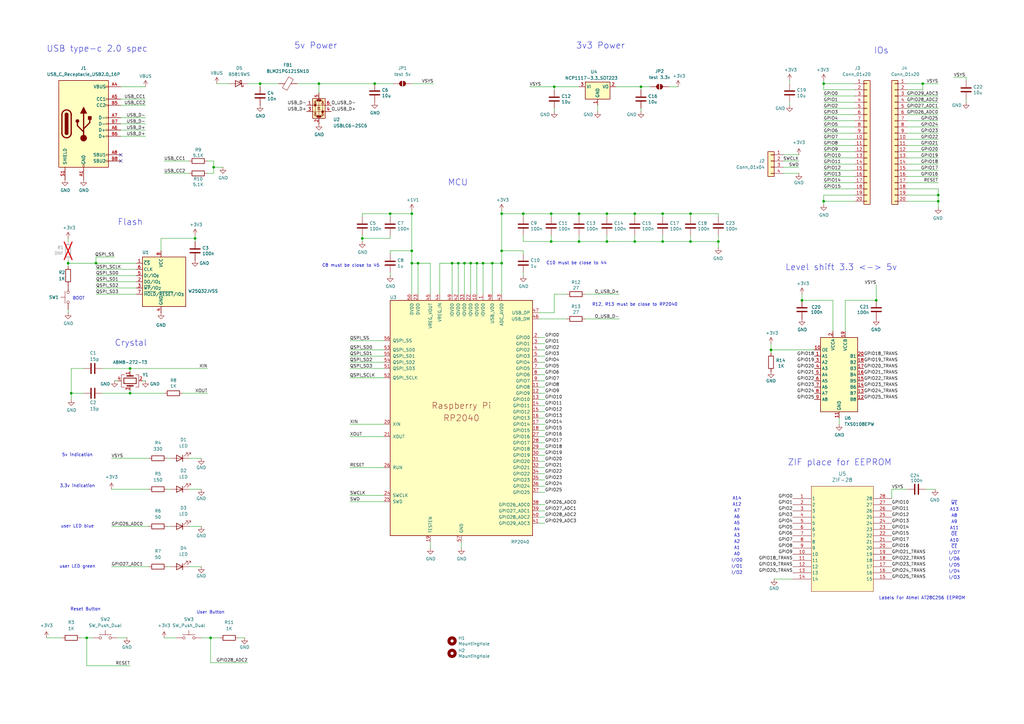
<source format=kicad_sch>
(kicad_sch (version 20250114) (generator "eeschema") (generator_version "9.0")
  (paper "A3")
  (title_block (title "Atmega EEPROM programmer") (date "2025-06-27") (rev "0.1") (company "Andrii Kukuruza"))
  (text "A11" (at 391.414 216.662 0) (effects (font (size 1.27 1.27))))
  (text "A10" (at 391.414 221.742 0) (effects (font (size 1.27 1.27))))
  (text "A1" (at 302.26 224.79 0) (effects (font (size 1.27 1.27))))
  (text "Labels For Atmel AT28C256 EEPROM" (at 378.206 245.364 0) (effects (font (size 1.27 1.27))))
  (text "A7" (at 302.26 209.55 0) (effects (font (size 1.27 1.27))))
  (text "IOs" (at 358.394 22.352 0) (effects (font (size 2.54 2.54)) (justify left bottom)))
  (text "A4" (at 302.26 217.17 0) (effects (font (size 1.27 1.27))))
  (text "5v Power" (at 120.65 20.32 0) (effects (font (size 2.54 2.54)) (justify left bottom)))
  (text "~{CE}" (at 391.414 224.282 0) (effects (font (size 1.27 1.27))))
  (text "3v3 Power" (at 236.22 20.32 0) (effects (font (size 2.54 2.54)) (justify left bottom)))
  (text "Crystal" (at 46.99 142.24 0) (effects (font (size 2.54 2.54)) (justify left bottom)))
  (text "I/O2" (at 302.26 234.95 0) (effects (font (size 1.27 1.27))))
  (text "Level shift 3.3 <-> 5v" (at 322.072 111.252 0) (effects (font (size 2.54 2.54)) (justify left bottom)))
  (text "MСU" (at 183.642 76.454 0) (effects (font (size 2.54 2.54)) (justify left bottom)))
  (text "C8 must be close to 45 " (at 132.08 109.728 0) (effects (font (size 1.27 1.27)) (justify left bottom)))
  (text "I/O3" (at 391.414 236.982 0) (effects (font (size 1.27 1.27))))
  (text "I/O4" (at 391.414 234.442 0) (effects (font (size 1.27 1.27))))
  (text "I/O6" (at 391.414 229.362 0) (effects (font (size 1.27 1.27))))
  (text "A3" (at 302.26 219.71 0) (effects (font (size 1.27 1.27))))
  (text "A12" (at 302.26 207.01 0) (effects (font (size 1.27 1.27))))
  (text "A0" (at 302.26 227.33 0) (effects (font (size 1.27 1.27))))
  (text "USB type-c 2.0 spec\n" (at 19.05 21.59 0) (effects (font (size 2.54 2.54)) (justify left bottom)))
  (text "A2" (at 302.26 222.25 0) (effects (font (size 1.27 1.27))))
  (text "user LED green" (at 31.75 232.41 0) (effects (font (size 1.27 1.27))))
  (text "A6" (at 302.26 212.09 0) (effects (font (size 1.27 1.27))))
  (text "I/O5\n" (at 391.414 231.902 0) (effects (font (size 1.27 1.27))))
  (text "User Button" (at 86.36 251.206 0) (effects (font (size 1.27 1.27))))
  (text "BOOT" (at 32.258 122.428 0) (effects (font (size 1.27 1.27))))
  (text "C10 must be close to 44" (at 224.028 108.712 0) (effects (font (size 1.27 1.27)) (justify left bottom)))
  (text "5v indication" (at 31.75 186.69 0) (effects (font (size 1.27 1.27))))
  (text "A9" (at 391.414 214.122 0) (effects (font (size 1.27 1.27))))
  (text "A8" (at 391.414 211.582 0) (effects (font (size 1.27 1.27))))
  (text "user LED blue" (at 31.75 215.9 0) (effects (font (size 1.27 1.27))))
  (text "A13" (at 391.414 209.042 0) (effects (font (size 1.27 1.27))))
  (text "I/O1\n" (at 302.26 232.41 0) (effects (font (size 1.27 1.27))))
  (text "I/O0" (at 302.26 229.87 0) (effects (font (size 1.27 1.27))))
  (text "3.3v indication" (at 31.75 199.39 0) (effects (font (size 1.27 1.27))))
  (text "Reset Button" (at 35.052 249.936 0) (effects (font (size 1.27 1.27))))
  (text "R12, R13 must be close to RP2040" (at 242.824 125.73 0) (effects (font (size 1.27 1.27)) (justify left bottom)))
  (text "ZIF place for EEPROM" (at 323.088 191.262 0) (effects (font (size 2.54 2.54)) (justify left bottom)))
  (text "A5" (at 302.26 214.63 0) (effects (font (size 1.27 1.27))))
  (text "A14" (at 302.26 204.47 0) (effects (font (size 1.27 1.27))))
  (text "~{OE}" (at 391.414 219.202 0) (effects (font (size 1.27 1.27))))
  (text "Flash" (at 48.26 92.71 0) (effects (font (size 2.54 2.54)) (justify left bottom)))
  (text "I/O7\n" (at 391.414 226.822 0) (effects (font (size 1.27 1.27))))
  (text "~{WE}" (at 391.414 206.502 0) (effects (font (size 1.27 1.27))))
  (junction (at 87.63 68.58))
  (junction (at 193.04 107.95))
  (junction (at 190.5 107.95))
  (junction (at 86.36 261.62))
  (junction (at 378.46 34.29))
  (junction (at 359.41 123.19))
  (junction (at 35.56 261.62))
  (junction (at 384.81 82.55))
  (junction (at 168.91 102.87))
  (junction (at 205.74 102.87))
  (junction (at 160.02 87.63))
  (junction (at 29.21 161.29))
  (junction (at 214.63 87.63))
  (junction (at 237.49 99.06))
  (junction (at 248.92 87.63))
  (junction (at 337.82 82.55))
  (junction (at 227.33 35.56))
  (junction (at 53.34 151.13))
  (junction (at 237.49 87.63))
  (junction (at 168.91 107.95))
  (junction (at 39.37 107.95))
  (junction (at 171.45 107.95))
  (junction (at 195.58 107.95))
  (junction (at 153.67 34.29))
  (junction (at 148.59 97.79))
  (junction (at 27.94 107.95))
  (junction (at 80.01 97.79))
  (junction (at 271.78 87.63))
  (junction (at 283.21 99.06))
  (junction (at 53.34 161.29))
  (junction (at 337.82 34.29))
  (junction (at 262.89 35.56))
  (junction (at 248.92 99.06))
  (junction (at 106.68 34.29))
  (junction (at 168.91 87.63))
  (junction (at 226.06 99.06))
  (junction (at 260.35 99.06))
  (junction (at 294.64 99.06))
  (junction (at 283.21 87.63))
  (junction (at 198.12 107.95))
  (junction (at 205.74 107.95))
  (junction (at 130.81 34.29))
  (junction (at 187.96 107.95))
  (junction (at 205.74 87.63))
  (junction (at 185.42 107.95))
  (junction (at 260.35 87.63))
  (junction (at 328.93 123.19))
  (junction (at 271.78 99.06))
  (junction (at 316.23 143.51))
  (junction (at 384.81 80.01))
  (junction (at 201.93 107.95))
  (junction (at 226.06 87.63))
  (no_connect (at 49.53 66.04))
  (no_connect (at 49.53 63.5))
  (wire (pts (xy 39.37 107.95) (xy 55.88 107.95)))
  (wire (pts (xy 106.68 34.29) (xy 114.3 34.29)))
  (wire (pts (xy 316.23 144.78) (xy 316.23 143.51)))
  (wire (pts (xy 168.91 107.95) (xy 168.91 120.65)))
  (wire (pts (xy 372.11 62.23) (xy 384.81 62.23)))
  (wire (pts (xy 148.59 97.79) (xy 160.02 97.79)))
  (wire (pts (xy 168.91 34.29) (xy 177.8 34.29)))
  (wire (pts (xy 227.33 120.65) (xy 227.33 128.27)))
  (wire (pts (xy 237.49 87.63) (xy 248.92 87.63)))
  (wire (pts (xy 86.36 261.62) (xy 86.36 271.78)))
  (wire (pts (xy 337.82 39.37) (xy 350.52 39.37)))
  (wire (pts (xy 372.11 72.39) (xy 384.81 72.39)))
  (wire (pts (xy 198.12 107.95) (xy 201.93 107.95)))
  (wire (pts (xy 85.09 66.04) (xy 87.63 66.04)))
  (wire (pts (xy 323.85 41.91) (xy 323.85 43.18)))
  (wire (pts (xy 350.52 80.01) (xy 337.82 80.01)))
  (wire (pts (xy 237.49 88.9) (xy 237.49 87.63)))
  (wire (pts (xy 168.91 86.36) (xy 168.91 87.63)))
  (wire (pts (xy 45.72 200.66) (xy 60.96 200.66)))
  (wire (pts (xy 77.47 215.9) (xy 82.55 215.9)))
  (wire (pts (xy 344.17 171.45) (xy 344.17 173.99)))
  (wire (pts (xy 39.37 110.49) (xy 55.88 110.49)))
  (wire (pts (xy 80.01 96.52) (xy 80.01 97.79)))
  (wire (pts (xy 227.33 44.45) (xy 227.33 45.72)))
  (wire (pts (xy 185.42 107.95) (xy 187.96 107.95)))
  (wire (pts (xy 337.82 34.29) (xy 337.82 36.83)))
  (wire (pts (xy 337.82 46.99) (xy 350.52 46.99)))
  (wire (pts (xy 220.98 176.53) (xy 223.52 176.53)))
  (wire (pts (xy 68.58 187.96) (xy 69.85 187.96)))
  (wire (pts (xy 49.53 40.64) (xy 59.69 40.64)))
  (wire (pts (xy 220.98 130.81) (xy 232.41 130.81)))
  (wire (pts (xy 327.66 68.58) (xy 321.31 68.58)))
  (wire (pts (xy 220.98 143.51) (xy 223.52 143.51)))
  (wire (pts (xy 240.03 120.65) (xy 254 120.65)))
  (wire (pts (xy 27.94 107.95) (xy 39.37 107.95)))
  (wire (pts (xy 220.98 161.29) (xy 223.52 161.29)))
  (wire (pts (xy 337.82 64.77) (xy 350.52 64.77)))
  (wire (pts (xy 176.53 120.65) (xy 176.53 107.95)))
  (wire (pts (xy 237.49 96.52) (xy 237.49 99.06)))
  (wire (pts (xy 359.41 123.19) (xy 346.71 123.19)))
  (wire (pts (xy 372.11 64.77) (xy 384.81 64.77)))
  (wire (pts (xy 227.33 36.83) (xy 227.33 35.56)))
  (wire (pts (xy 168.91 102.87) (xy 168.91 107.95)))
  (wire (pts (xy 365.76 200.66) (xy 372.11 200.66)))
  (wire (pts (xy 46.99 156.21) (xy 48.26 156.21)))
  (wire (pts (xy 180.34 107.95) (xy 185.42 107.95)))
  (wire (pts (xy 148.59 87.63) (xy 160.02 87.63)))
  (wire (pts (xy 88.9 34.29) (xy 93.98 34.29)))
  (wire (pts (xy 27.94 106.68) (xy 27.94 107.95)))
  (wire (pts (xy 294.64 96.52) (xy 294.64 99.06)))
  (wire (pts (xy 39.37 105.41) (xy 39.37 107.95)))
  (wire (pts (xy 372.11 46.99) (xy 384.81 46.99)))
  (wire (pts (xy 148.59 96.52) (xy 148.59 97.79)))
  (wire (pts (xy 327.66 71.12) (xy 321.31 71.12)))
  (wire (pts (xy 49.53 50.8) (xy 59.69 50.8)))
  (wire (pts (xy 58.42 156.21) (xy 59.69 156.21)))
  (wire (pts (xy 143.51 151.13) (xy 157.48 151.13)))
  (wire (pts (xy 372.11 69.85) (xy 384.81 69.85)))
  (wire (pts (xy 372.11 54.61) (xy 384.81 54.61)))
  (wire (pts (xy 41.91 151.13) (xy 53.34 151.13)))
  (wire (pts (xy 337.82 52.07) (xy 350.52 52.07)))
  (wire (pts (xy 384.81 34.29) (xy 378.46 34.29)))
  (wire (pts (xy 220.98 166.37) (xy 223.52 166.37)))
  (wire (pts (xy 27.94 128.27) (xy 27.94 127)))
  (wire (pts (xy 262.89 36.83) (xy 262.89 35.56)))
  (wire (pts (xy 205.74 107.95) (xy 205.74 120.65)))
  (wire (pts (xy 160.02 87.63) (xy 168.91 87.63)))
  (wire (pts (xy 87.63 68.58) (xy 87.63 71.12)))
  (wire (pts (xy 205.74 102.87) (xy 214.63 102.87)))
  (wire (pts (xy 220.98 151.13) (xy 223.52 151.13)))
  (wire (pts (xy 190.5 120.65) (xy 190.5 107.95)))
  (wire (pts (xy 87.63 66.04) (xy 87.63 68.58)))
  (wire (pts (xy 337.82 34.29) (xy 337.82 33.02)))
  (wire (pts (xy 39.37 118.11) (xy 55.88 118.11)))
  (wire (pts (xy 168.91 87.63) (xy 168.91 102.87)))
  (wire (pts (xy 66.04 97.79) (xy 66.04 102.87)))
  (wire (pts (xy 220.98 138.43) (xy 223.52 138.43)))
  (wire (pts (xy 201.93 107.95) (xy 205.74 107.95)))
  (wire (pts (xy 384.81 85.09) (xy 384.81 82.55)))
  (wire (pts (xy 68.58 215.9) (xy 69.85 215.9)))
  (wire (pts (xy 317.5 237.49) (xy 325.12 237.49)))
  (wire (pts (xy 143.51 146.05) (xy 157.48 146.05)))
  (wire (pts (xy 157.48 191.77) (xy 143.51 191.77)))
  (wire (pts (xy 68.58 200.66) (xy 69.85 200.66)))
  (wire (pts (xy 220.98 140.97) (xy 223.52 140.97)))
  (wire (pts (xy 260.35 88.9) (xy 260.35 87.63)))
  (wire (pts (xy 45.72 187.96) (xy 60.96 187.96)))
  (wire (pts (xy 187.96 107.95) (xy 190.5 107.95)))
  (wire (pts (xy 365.76 200.66) (xy 365.76 204.47)))
  (wire (pts (xy 220.98 171.45) (xy 223.52 171.45)))
  (wire (pts (xy 214.63 88.9) (xy 214.63 87.63)))
  (wire (pts (xy 337.82 74.93) (xy 350.52 74.93)))
  (wire (pts (xy 220.98 196.85) (xy 223.52 196.85)))
  (wire (pts (xy 384.81 82.55) (xy 372.11 82.55)))
  (wire (pts (xy 205.74 87.63) (xy 214.63 87.63)))
  (wire (pts (xy 80.01 97.79) (xy 66.04 97.79)))
  (wire (pts (xy 262.89 35.56) (xy 266.7 35.56)))
  (wire (pts (xy 198.12 107.95) (xy 198.12 120.65)))
  (wire (pts (xy 383.54 200.66) (xy 379.73 200.66)))
  (wire (pts (xy 384.81 77.47) (xy 384.81 80.01)))
  (wire (pts (xy 187.96 120.65) (xy 187.96 107.95)))
  (wire (pts (xy 153.67 34.29) (xy 161.29 34.29)))
  (wire (pts (xy 328.93 123.19) (xy 341.63 123.19)))
  (wire (pts (xy 53.34 160.02) (xy 53.34 161.29)))
  (wire (pts (xy 29.21 161.29) (xy 29.21 163.83)))
  (wire (pts (xy 294.64 87.63) (xy 294.64 88.9)))
  (wire (pts (xy 220.98 128.27) (xy 227.33 128.27)))
  (wire (pts (xy 86.36 271.78) (xy 101.6 271.78)))
  (wire (pts (xy 68.58 232.41) (xy 69.85 232.41)))
  (wire (pts (xy 205.74 87.63) (xy 205.74 102.87)))
  (wire (pts (xy 245.11 43.18) (xy 245.11 45.72)))
  (wire (pts (xy 359.41 116.84) (xy 359.41 123.19)))
  (wire (pts (xy 157.48 179.07) (xy 143.51 179.07)))
  (wire (pts (xy 157.48 139.7) (xy 143.51 139.7)))
  (wire (pts (xy 220.98 201.93) (xy 223.52 201.93)))
  (wire (pts (xy 260.35 87.63) (xy 271.78 87.63)))
  (wire (pts (xy 384.81 82.55) (xy 384.81 80.01)))
  (wire (pts (xy 283.21 96.52) (xy 283.21 99.06)))
  (wire (pts (xy 33.02 261.62) (xy 35.56 261.62)))
  (wire (pts (xy 74.93 161.29) (xy 85.09 161.29)))
  (wire (pts (xy 121.92 34.29) (xy 130.81 34.29)))
  (wire (pts (xy 252.73 35.56) (xy 262.89 35.56)))
  (wire (pts (xy 337.82 44.45) (xy 350.52 44.45)))
  (wire (pts (xy 220.98 156.21) (xy 223.52 156.21)))
  (wire (pts (xy 223.52 212.09) (xy 220.98 212.09)))
  (wire (pts (xy 160.02 97.79) (xy 160.02 96.52)))
  (wire (pts (xy 226.06 88.9) (xy 226.06 87.63)))
  (wire (pts (xy 226.06 99.06) (xy 214.63 99.06)))
  (wire (pts (xy 372.11 49.53) (xy 384.81 49.53)))
  (wire (pts (xy 205.74 102.87) (xy 205.74 107.95)))
  (wire (pts (xy 106.68 35.56) (xy 106.68 34.29)))
  (wire (pts (xy 67.31 66.04) (xy 77.47 66.04)))
  (wire (pts (xy 205.74 86.36) (xy 205.74 87.63)))
  (wire (pts (xy 77.47 200.66) (xy 82.55 200.66)))
  (wire (pts (xy 82.55 261.62) (xy 86.36 261.62)))
  (wire (pts (xy 341.63 123.19) (xy 341.63 135.89)))
  (wire (pts (xy 160.02 104.14) (xy 160.02 102.87)))
  (wire (pts (xy 45.72 232.41) (xy 60.96 232.41)))
  (wire (pts (xy 39.37 115.57) (xy 55.88 115.57)))
  (wire (pts (xy 226.06 87.63) (xy 237.49 87.63)))
  (wire (pts (xy 77.47 187.96) (xy 82.55 187.96)))
  (wire (pts (xy 337.82 36.83) (xy 350.52 36.83)))
  (wire (pts (xy 220.98 186.69) (xy 223.52 186.69)))
  (wire (pts (xy 274.32 35.56) (xy 278.13 35.56)))
  (wire (pts (xy 87.63 68.58) (xy 91.44 68.58)))
  (wire (pts (xy 283.21 87.63) (xy 294.64 87.63)))
  (wire (pts (xy 220.98 173.99) (xy 223.52 173.99)))
  (wire (pts (xy 49.53 48.26) (xy 59.69 48.26)))
  (wire (pts (xy 384.81 39.37) (xy 372.11 39.37)))
  (wire (pts (xy 35.56 261.62) (xy 38.1 261.62)))
  (wire (pts (xy 220.98 194.31) (xy 223.52 194.31)))
  (wire (pts (xy 226.06 96.52) (xy 226.06 99.06)))
  (wire (pts (xy 171.45 120.65) (xy 171.45 107.95)))
  (wire (pts (xy 19.05 261.62) (xy 25.4 261.62)))
  (wire (pts (xy 271.78 99.06) (xy 283.21 99.06)))
  (wire (pts (xy 220.98 163.83) (xy 223.52 163.83)))
  (wire (pts (xy 35.56 261.62) (xy 35.56 273.05)))
  (wire (pts (xy 220.98 153.67) (xy 223.52 153.67)))
  (wire (pts (xy 327.66 63.5) (xy 321.31 63.5)))
  (wire (pts (xy 237.49 35.56) (xy 227.33 35.56)))
  (wire (pts (xy 220.98 146.05) (xy 223.52 146.05)))
  (wire (pts (xy 260.35 96.52) (xy 260.35 99.06)))
  (wire (pts (xy 337.82 54.61) (xy 350.52 54.61)))
  (wire (pts (xy 130.81 34.29) (xy 153.67 34.29)))
  (wire (pts (xy 214.63 87.63) (xy 226.06 87.63)))
  (wire (pts (xy 220.98 181.61) (xy 223.52 181.61)))
  (wire (pts (xy 214.63 111.76) (xy 214.63 113.03)))
  (wire (pts (xy 316.23 140.97) (xy 316.23 143.51)))
  (wire (pts (xy 86.36 261.62) (xy 90.17 261.62)))
  (wire (pts (xy 195.58 120.65) (xy 195.58 107.95)))
  (wire (pts (xy 41.91 161.29) (xy 53.34 161.29)))
  (wire (pts (xy 67.31 71.12) (xy 77.47 71.12)))
  (wire (pts (xy 35.56 273.05) (xy 53.34 273.05)))
  (wire (pts (xy 34.29 161.29) (xy 29.21 161.29)))
  (wire (pts (xy 372.11 57.15) (xy 384.81 57.15)))
  (wire (pts (xy 53.34 161.29) (xy 67.31 161.29)))
  (wire (pts (xy 372.11 59.69) (xy 384.81 59.69)))
  (wire (pts (xy 39.37 120.65) (xy 55.88 120.65)))
  (wire (pts (xy 48.26 261.62) (xy 52.07 261.62)))
  (wire (pts (xy 283.21 88.9) (xy 283.21 87.63)))
  (wire (pts (xy 157.48 205.74) (xy 143.51 205.74)))
  (wire (pts (xy 190.5 107.95) (xy 193.04 107.95)))
  (wire (pts (xy 391.16 31.75) (xy 396.24 31.75)))
  (wire (pts (xy 294.64 99.06) (xy 294.64 101.6)))
  (wire (pts (xy 323.85 33.02) (xy 323.85 34.29)))
  (wire (pts (xy 87.63 71.12) (xy 85.09 71.12)))
  (wire (pts (xy 157.48 154.94) (xy 143.51 154.94)))
  (wire (pts (xy 223.52 207.01) (xy 220.98 207.01)))
  (wire (pts (xy 189.23 222.25) (xy 189.23 224.79)))
  (wire (pts (xy 337.82 49.53) (xy 350.52 49.53)))
  (wire (pts (xy 346.71 123.19) (xy 346.71 135.89)))
  (wire (pts (xy 160.02 102.87) (xy 168.91 102.87)))
  (wire (pts (xy 77.47 232.41) (xy 82.55 232.41)))
  (wire (pts (xy 49.53 53.34) (xy 59.69 53.34)))
  (wire (pts (xy 237.49 99.06) (xy 226.06 99.06)))
  (wire (pts (xy 214.63 96.52) (xy 214.63 99.06)))
  (wire (pts (xy 130.81 38.1) (xy 130.81 34.29)))
  (wire (pts (xy 176.53 222.25) (xy 176.53 224.79)))
  (wire (pts (xy 34.29 151.13) (xy 29.21 151.13)))
  (wire (pts (xy 328.93 120.65) (xy 328.93 123.19)))
  (wire (pts (xy 171.45 107.95) (xy 168.91 107.95)))
  (wire (pts (xy 220.98 148.59) (xy 223.52 148.59)))
  (wire (pts (xy 337.82 59.69) (xy 350.52 59.69)))
  (wire (pts (xy 378.46 34.29) (xy 372.11 34.29)))
  (wire (pts (xy 240.03 130.81) (xy 254 130.81)))
  (wire (pts (xy 372.11 41.91) (xy 384.81 41.91)))
  (wire (pts (xy 294.64 99.06) (xy 283.21 99.06)))
  (wire (pts (xy 271.78 99.06) (xy 260.35 99.06)))
  (wire (pts (xy 29.21 151.13) (xy 29.21 161.29)))
  (wire (pts (xy 220.98 199.39) (xy 223.52 199.39)))
  (wire (pts (xy 49.53 55.88) (xy 59.69 55.88)))
  (wire (pts (xy 223.52 209.55) (xy 220.98 209.55)))
  (wire (pts (xy 49.53 43.18) (xy 59.69 43.18)))
  (wire (pts (xy 53.34 152.4) (xy 53.34 151.13)))
  (wire (pts (xy 143.51 143.51) (xy 157.48 143.51)))
  (wire (pts (xy 27.94 99.06) (xy 27.94 97.79)))
  (wire (pts (xy 220.98 184.15) (xy 223.52 184.15)))
  (wire (pts (xy 101.6 34.29) (xy 106.68 34.29)))
  (wire (pts (xy 337.82 83.82) (xy 337.82 82.55)))
  (wire (pts (xy 193.04 107.95) (xy 195.58 107.95)))
  (wire (pts (xy 316.23 143.51) (xy 334.01 143.51)))
  (wire (pts (xy 148.59 88.9) (xy 148.59 87.63)))
  (wire (pts (xy 337.82 34.29) (xy 350.52 34.29)))
  (wire (pts (xy 27.94 109.22) (xy 27.94 107.95)))
  (wire (pts (xy 227.33 120.65) (xy 232.41 120.65)))
  (wire (pts (xy 148.59 97.79) (xy 148.59 99.06)))
  (wire (pts (xy 271.78 96.52) (xy 271.78 99.06)))
  (wire (pts (xy 97.79 261.62) (xy 100.33 261.62)))
  (wire (pts (xy 143.51 173.99) (xy 157.48 173.99)))
  (wire (pts (xy 384.81 80.01) (xy 372.11 80.01)))
  (wire (pts (xy 248.92 87.63) (xy 260.35 87.63)))
  (wire (pts (xy 327.66 66.04) (xy 321.31 66.04)))
  (wire (pts (xy 217.17 35.56) (xy 227.33 35.56)))
  (wire (pts (xy 337.82 77.47) (xy 350.52 77.47)))
  (wire (pts (xy 220.98 189.23) (xy 223.52 189.23)))
  (wire (pts (xy 214.63 104.14) (xy 214.63 102.87)))
  (wire (pts (xy 337.82 72.39) (xy 350.52 72.39)))
  (wire (pts (xy 223.52 214.63) (xy 220.98 214.63)))
  (wire (pts (xy 143.51 148.59) (xy 157.48 148.59)))
  (wire (pts (xy 67.31 261.62) (xy 72.39 261.62)))
  (wire (pts (xy 248.92 99.06) (xy 237.49 99.06)))
  (wire (pts (xy 372.11 36.83) (xy 378.46 36.83)))
  (wire (pts (xy 80.01 99.06) (xy 80.01 97.79)))
  (wire (pts (xy 260.35 99.06) (xy 248.92 99.06)))
  (wire (pts (xy 195.58 107.95) (xy 198.12 107.95)))
  (wire (pts (xy 185.42 120.65) (xy 185.42 107.95)))
  (wire (pts (xy 337.82 62.23) (xy 350.52 62.23)))
  (wire (pts (xy 49.53 35.56) (xy 59.69 35.56)))
  (wire (pts (xy 39.37 113.03) (xy 55.88 113.03)))
  (wire (pts (xy 337.82 69.85) (xy 350.52 69.85)))
  (wire (pts (xy 372.11 77.47) (xy 384.81 77.47)))
  (wire (pts (xy 220.98 168.91) (xy 223.52 168.91)))
  (wire (pts (xy 396.24 40.64) (xy 396.24 41.91)))
  (wire (pts (xy 337.82 41.91) (xy 350.52 41.91)))
  (wire (pts (xy 193.04 120.65) (xy 193.04 107.95)))
  (wire (pts (xy 160.02 88.9) (xy 160.02 87.63)))
  (wire (pts (xy 176.53 107.95) (xy 171.45 107.95)))
  (wire (pts (xy 220.98 191.77) (xy 223.52 191.77)))
  (wire (pts (xy 372.11 44.45) (xy 384.81 44.45)))
  (wire (pts (xy 271.78 87.63) (xy 283.21 87.63)))
  (wire (pts (xy 337.82 82.55) (xy 350.52 82.55)))
  (wire (pts (xy 220.98 158.75) (xy 223.52 158.75)))
  (wire (pts (xy 271.78 88.9) (xy 271.78 87.63)))
  (wire (pts (xy 220.98 179.07) (xy 223.52 179.07)))
  (wire (pts (xy 248.92 96.52) (xy 248.92 99.06)))
  (wire (pts (xy 201.93 120.65) (xy 201.93 107.95)))
  (wire (pts (xy 372.11 74.93) (xy 384.81 74.93)))
  (wire (pts (xy 248.92 88.9) (xy 248.92 87.63)))
  (wire (pts (xy 337.82 80.01) (xy 337.82 82.55)))
  (wire (pts (xy 157.48 203.2) (xy 143.51 203.2)))
  (wire (pts (xy 378.46 34.29) (xy 378.46 36.83)))
  (wire (pts (xy 180.34 120.65) (xy 180.34 107.95)))
  (wire (pts (xy 372.11 52.07) (xy 384.81 52.07)))
  (wire (pts (xy 160.02 111.76) (xy 160.02 113.03)))
  (wire (pts (xy 39.37 105.41) (xy 46.99 105.41)))
  (wire (pts (xy 262.89 44.45) (xy 262.89 45.72)))
  (wire (pts (xy 45.72 215.9) (xy 60.96 215.9)))
  (wire (pts (xy 396.24 31.75) (xy 396.24 33.02)))
  (wire (pts (xy 337.82 57.15) (xy 350.52 57.15)))
  (wire (pts (xy 372.11 67.31) (xy 384.81 67.31)))
  (wire (pts (xy 53.34 151.13) (xy 85.09 151.13)))
  (wire (pts (xy 337.82 67.31) (xy 350.52 67.31)))
  (label "GPIO2" (at 337.82 44.45 0))
  (label "XOUT" (at 85.09 161.29 180))
  (label "GPIO17" (at 384.81 69.85 180))
  (label "GPIO23" (at 334.01 158.75 180))
  (label "USB_D+" (at 125.73 45.72 180))
  (label "GPIO22" (at 334.01 156.21 180))
  (label "GPIO23" (at 384.81 54.61 180))
  (label "GPIO9" (at 337.82 62.23 0))
  (label "GPIO29_ADC3" (at 384.81 39.37 180))
  (label "GPIO3" (at 337.82 46.99 0))
  (label "VSYS" (at 45.72 187.96 0))
  (label "GPIO24_TRANS" (at 365.76 234.95 0))
  (label "GPIO4" (at 337.82 49.53 0))
  (label "QSPI_SS" (at 46.99 105.41 180))
  (label "QSPI_SD3" (at 39.37 120.65 0))
  (label "RESET" (at 384.81 74.93 180))
  (label "GPIO21_TRANS" (at 354.33 153.67 0))
  (label "QSPI_SD2" (at 143.51 148.59 0))
  (label "GPIO6" (at 325.12 219.71 180))
  (label "GPIO5" (at 325.12 217.17 180))
  (label "GPIO0" (at 325.12 204.47 180))
  (label "GPIO18" (at 334.01 146.05 180))
  (label "GPIO20" (at 384.81 62.23 180))
  (label "GPIO12" (at 365.76 212.09 0))
  (label "GPIO4" (at 223.52 148.59 0))
  (label "GPIO28_ADC2" (at 384.81 41.91 180))
  (label "GPIO26_ADC0" (at 384.81 46.99 180))
  (label "GPIO26_ADC0" (at 45.72 215.9 0))
  (label "RESET" (at 143.51 191.77 0))
  (label "XOUT" (at 143.51 179.07 0))
  (label "GPIO19_TRANS" (at 325.12 232.41 180))
  (label "GPIO17" (at 365.76 222.25 0))
  (label "GPIO18" (at 384.81 67.31 180))
  (label "GPIO14" (at 365.76 217.17 0))
  (label "QSPI_SD1" (at 143.51 146.05 0))
  (label "GPIO4" (at 325.12 214.63 180))
  (label "GPIO13" (at 223.52 171.45 0))
  (label "USB_CC2" (at 59.69 43.18 180))
  (label "GPIO27_ADC1" (at 45.72 232.41 0))
  (label "GPIO20_TRANS" (at 325.12 234.95 180))
  (label "GPIO6" (at 223.52 153.67 0))
  (label "GPIO25" (at 334.01 163.83 180))
  (label "VSYS" (at 391.16 31.75 0))
  (label "GPIO13" (at 337.82 72.39 0))
  (label "SWD" (at 143.51 205.74 0))
  (label "GPIO24" (at 334.01 161.29 180))
  (label "GPIO20" (at 223.52 189.23 0))
  (label "QSPI_SD1" (at 39.37 115.57 0))
  (label "QSPI_SD3" (at 143.51 151.13 0))
  (label "GPIO7" (at 337.82 57.15 0))
  (label "GPIO18" (at 223.52 184.15 0))
  (label "GPIO25" (at 223.52 201.93 0))
  (label "USB_CC2" (at 67.31 71.12 0))
  (label "GPIO25" (at 384.81 49.53 180))
  (label "RESET" (at 53.34 273.05 180))
  (label "GPIO0" (at 337.82 39.37 0))
  (label "GPIO21" (at 334.01 153.67 180))
  (label "GPIO3" (at 325.12 212.09 180))
  (label "O_USB_D+" (at 254 120.65 180))
  (label "GPIO19_TRANS" (at 354.33 148.59 0))
  (label "GPIO0" (at 223.52 138.43 0))
  (label "USB_CC1" (at 67.31 66.04 0))
  (label "VSYS" (at 217.17 35.56 0))
  (label "GPIO1" (at 325.12 207.01 180))
  (label "GPIO12" (at 337.82 69.85 0))
  (label "GPIO22_TRANS" (at 365.76 229.87 0))
  (label "GPIO21" (at 223.52 191.77 0))
  (label "GPIO11" (at 223.52 166.37 0))
  (label "GPIO11" (at 365.76 209.55 0))
  (label "GPIO1" (at 337.82 41.91 0))
  (label "GPIO19" (at 384.81 64.77 180))
  (label "GPIO11" (at 337.82 67.31 0))
  (label "GPIO27_ADC1" (at 223.52 209.55 0))
  (label "GPIO1" (at 223.52 140.97 0))
  (label "XIN" (at 85.09 151.13 180))
  (label "SWCLK" (at 327.66 66.04 180))
  (label "GPIO16" (at 365.76 224.79 0))
  (label "USB_D+" (at 59.69 55.88 180))
  (label "GPIO16" (at 384.81 72.39 180))
  (label "GPIO22_TRANS" (at 354.33 156.21 0))
  (label "GPIO14" (at 223.52 173.99 0))
  (label "GPIO21_TRANS" (at 365.76 227.33 0))
  (label "GPIO3" (at 223.52 146.05 0))
  (label "GPIO10" (at 223.52 163.83 0))
  (label "GPIO13" (at 365.76 214.63 0))
  (label "GPIO23" (at 223.52 196.85 0))
  (label "GPIO10" (at 337.82 64.77 0))
  (label "GPIO20_TRANS" (at 354.33 151.13 0))
  (label "GPIO8" (at 337.82 59.69 0))
  (label "VSYS" (at 359.41 116.84 180))
  (label "SWCLK" (at 143.51 203.2 0))
  (label "VSYS" (at 365.76 200.66 0))
  (label "GPIO21" (at 384.81 59.69 180))
  (label "GPIO23_TRANS" (at 365.76 232.41 0))
  (label "GPIO7" (at 325.12 222.25 180))
  (label "VSYS" (at 384.81 34.29 180))
  (label "QSPI_SCLK" (at 143.51 154.94 0))
  (label "GPIO20" (at 334.01 151.13 180))
  (label "O_USB_D+" (at 135.89 45.72 0))
  (label "GPIO27_ADC1" (at 384.81 44.45 180))
  (label "GPIO29_ADC3" (at 223.52 214.63 0))
  (label "USB_CC1" (at 59.69 40.64 180))
  (label "QSPI_SD0" (at 143.51 143.51 0))
  (label "USB_D-" (at 59.69 50.8 180))
  (label "GPIO17" (at 223.52 181.61 0))
  (label "VSYS" (at 177.8 34.29 180))
  (label "GPIO2" (at 325.12 209.55 180))
  (label "GPIO8" (at 325.12 224.79 180))
  (label "GPIO2" (at 223.52 143.51 0))
  (label "GPIO19" (at 334.01 148.59 180))
  (label "GPIO9" (at 223.52 161.29 0))
  (label "GPIO15" (at 223.52 176.53 0))
  (label "GPIO22" (at 384.81 57.15 180))
  (label "O_USB_D-" (at 135.89 43.18 0))
  (label "GPIO12" (at 223.52 168.91 0))
  (label "GPIO24" (at 223.52 199.39 0))
  (label "GPIO5" (at 223.52 151.13 0))
  (label "GPIO22" (at 223.52 194.31 0))
  (label "GPIO19" (at 223.52 186.69 0))
  (label "QSPI_SS" (at 143.51 139.7 0))
  (label "GPIO14" (at 337.82 74.93 0))
  (label "QSPI_SD2" (at 39.37 118.11 0))
  (label "GPIO5" (at 337.82 52.07 0))
  (label "QSPI_SD0" (at 39.37 113.03 0))
  (label "USB_D-" (at 125.73 43.18 180))
  (label "GPIO6" (at 337.82 54.61 0))
  (label "QSPI_SCLK" (at 39.37 110.49 0))
  (label "GPIO25_TRANS" (at 365.76 237.49 0))
  (label "USB_D+" (at 59.69 53.34 180))
  (label "GPIO24" (at 384.81 52.07 180))
  (label "GPIO9" (at 325.12 227.33 180))
  (label "GPIO25_TRANS" (at 354.33 163.83 0))
  (label "GPIO18_TRANS" (at 325.12 229.87 180))
  (label "GPIO15" (at 337.82 77.47 0))
  (label "GPIO26_ADC0" (at 223.52 207.01 0))
  (label "GPIO28_ADC2" (at 223.52 212.09 0))
  (label "GPIO16" (at 223.52 179.07 0))
  (label "GPIO8" (at 223.52 158.75 0))
  (label "XIN" (at 143.51 173.99 0))
  (label "USB_D-" (at 59.69 48.26 180))
  (label "O_USB_D-" (at 254 130.81 180))
  (label "GPIO23_TRANS" (at 354.33 158.75 0))
  (label "GPIO10" (at 365.76 207.01 0))
  (label "GPIO7" (at 223.52 156.21 0))
  (label "GPIO24_TRANS" (at 354.33 161.29 0))
  (label "GPIO15" (at 365.76 219.71 0))
  (label "SWD" (at 327.66 68.58 180))
  (label "GPIO28_ADC2" (at 101.6 271.78 180))
  (label "GPIO18_TRANS" (at 354.33 146.05 0))
  (symbol (lib_id "rp2040:RP2040") (at 189.23 171.45 0) (unit 1)
    (property "Reference" "U3" (at 161.29 121.92 0))
    (property "Value" "RP2040" (at 213.36 222.25 0))
    (property "Footprint" "rp2040:RP2040-QFN-56" (effects (hide yes)))
    (property "Buy Link" "https://evo.net.ua/mikrokontroller-raspberry-pi-pico-rp2040/" (effects (hide yes)))
  )
  (symbol (lib_id "Memory_Flash:W25Q128JVS") (at 66.04 115.57 0) (unit 1)
    (property "Reference" "U1" (at 59.69 103.505 0))
    (property "Value" "W25Q32JVSS" (at 83.312 119.38 0))
    (property "Footprint" "Package_SO:SOIC-8_5.3x5.3mm_P1.27mm" (effects (hide yes)))
    (property "Datasheet" "http://www.winbond.com/resource-files/w25q32jv%20revg%2003272018%20plus.pdf" (effects (hide yes)))
    (property "Description" "32Mbit / 4MiB Serial Flash Memory, Standard/Dual/Quad SPI, 2.7-3.6V, SOIC-8 (208 mil)" (effects (hide yes)))
    (property "Buy Link" "https://www.rcscomponents.kiev.ua/product/w25q32bvssig_80124.html" (effects (hide yes)))
  )
  (symbol (lib_id "power:+3V3") (at 80.01 96.52 0) (unit 1)
    (property "Reference" "#PWR014" (effects (hide yes)))
    (property "Value" "+3V3" (at 80.391 92.1258 0))
  )
  (symbol (lib_id "Device:R") (at 27.94 102.87 0) (unit 1) (in_bom no) (dnp yes)
    (property "Reference" "R1" (at 26.162 101.5746 0) (effects (justify right)))
    (property "Value" "DNF" (at 26.162 103.886 0) (effects (justify right)))
    (property "Footprint" "Resistor_SMD:R_0603_1608Metric_Pad0.98x0.95mm_HandSolder" (effects (hide yes)))
  )
  (symbol (lib_id "Device:R") (at 27.94 113.03 0) (unit 1)
    (property "Reference" "R2" (at 25.4 111.76 0))
    (property "Value" "1K" (at 25.4 114.3 0))
    (property "Footprint" "Resistor_SMD:R_0603_1608Metric_Pad0.98x0.95mm_HandSolder" (effects (hide yes)))
    (property "Buy Link" "https://imrad.com.ua/ua/rt0603brd071kl-7" (effects (hide yes)))
  )
  (symbol (lib_id "Device:C") (at 80.01 102.87 0) (unit 1)
    (property "Reference" "C3" (at 82.931 101.7016 0) (effects (justify left)))
    (property "Value" "100n" (at 82.931 104.013 0) (effects (justify left)))
    (property "Footprint" "Capacitor_SMD:C_0603_1608Metric_Pad1.08x0.95mm_HandSolder" (effects (hide yes)))
    (property "Buy Link" "https://imrad.com.ua/ua/cl10b104kb8nnnc-8" (effects (hide yes)))
  )
  (symbol (lib_id "power:GND") (at 80.01 106.68 0) (unit 1)
    (property "Reference" "#PWR015" (effects (hide yes)))
    (property "Value" "GND" (at 83.82 107.95 0))
  )
  (symbol (lib_id "power:GND") (at 189.23 224.79 0) (unit 1)
    (property "Reference" "#PWR030" (effects (hide yes)))
    (property "Value" "GND" (at 189.357 229.1842 0))
  )
  (symbol (lib_id "power:GND") (at 176.53 224.79 0) (unit 1)
    (property "Reference" "#PWR029" (effects (hide yes)))
    (property "Value" "GND" (at 176.657 229.1842 0))
  )
  (symbol (lib_id "Device:R") (at 236.22 120.65 90) (mirror x) (unit 1)
    (property "Reference" "R12" (at 236.22 115.7986 90))
    (property "Value" "27" (at 236.22 118.11 90))
    (property "Footprint" "Resistor_SMD:R_0603_1608Metric_Pad0.98x0.95mm_HandSolder" (effects (hide yes)))
    (property "Buy Link" "https://imrad.com.ua/ua/ar0603-27r-0-1-" (effects (hide yes)))
  )
  (symbol (lib_id "Device:R") (at 236.22 130.81 90) (mirror x) (unit 1)
    (property "Reference" "R13" (at 236.22 125.73 90))
    (property "Value" "27" (at 236.22 128.0414 90))
    (property "Footprint" "Resistor_SMD:R_0603_1608Metric_Pad0.98x0.95mm_HandSolder" (effects (hide yes)))
    (property "Buy Link" "https://imrad.com.ua/ua/ar0603-27r-0-1-" (effects (hide yes)))
  )
  (symbol (lib_id "power:+3V3") (at 205.74 86.36 0) (unit 1)
    (property "Reference" "#PWR031" (effects (hide yes)))
    (property "Value" "+3V3" (at 206.121 81.9658 0))
  )
  (symbol (lib_id "power:+1V1") (at 168.91 86.36 0) (unit 1)
    (property "Reference" "#PWR028" (effects (hide yes)))
    (property "Value" "+1V1" (at 169.291 81.9658 0))
  )
  (symbol (lib_id "Device:C") (at 214.63 92.71 0) (unit 1)
    (property "Reference" "C9" (at 217.551 91.5416 0) (effects (justify left)))
    (property "Value" "100n" (at 217.551 93.853 0) (effects (justify left)))
    (property "Footprint" "Capacitor_SMD:C_0603_1608Metric_Pad1.08x0.95mm_HandSolder" (effects (hide yes)))
    (property "Buy Link" "https://imrad.com.ua/ua/cl10b104kb8nnnc-8" (effects (hide yes)))
  )
  (symbol (lib_id "Device:C") (at 226.06 92.71 0) (unit 1)
    (property "Reference" "C11" (at 228.981 91.5416 0) (effects (justify left)))
    (property "Value" "100n" (at 228.981 93.853 0) (effects (justify left)))
    (property "Footprint" "Capacitor_SMD:C_0603_1608Metric_Pad1.08x0.95mm_HandSolder" (effects (hide yes)))
    (property "Buy Link" "https://imrad.com.ua/ua/cl10b104kb8nnnc-8" (effects (hide yes)))
  )
  (symbol (lib_id "Device:C") (at 237.49 92.71 0) (unit 1)
    (property "Reference" "C13" (at 240.411 91.5416 0) (effects (justify left)))
    (property "Value" "100n" (at 240.411 93.853 0) (effects (justify left)))
    (property "Footprint" "Capacitor_SMD:C_0603_1608Metric_Pad1.08x0.95mm_HandSolder" (effects (hide yes)))
    (property "Buy Link" "https://imrad.com.ua/ua/cl10b104kb8nnnc-8" (effects (hide yes)))
  )
  (symbol (lib_id "Device:C") (at 248.92 92.71 0) (unit 1)
    (property "Reference" "C14" (at 251.841 91.5416 0) (effects (justify left)))
    (property "Value" "100n" (at 251.841 93.853 0) (effects (justify left)))
    (property "Footprint" "Capacitor_SMD:C_0603_1608Metric_Pad1.08x0.95mm_HandSolder" (effects (hide yes)))
    (property "Buy Link" "https://imrad.com.ua/ua/cl10b104kb8nnnc-8" (effects (hide yes)))
  )
  (symbol (lib_id "Device:C") (at 260.35 92.71 0) (unit 1)
    (property "Reference" "C15" (at 263.271 91.5416 0) (effects (justify left)))
    (property "Value" "100n" (at 263.271 93.853 0) (effects (justify left)))
    (property "Footprint" "Capacitor_SMD:C_0603_1608Metric_Pad1.08x0.95mm_HandSolder" (effects (hide yes)))
    (property "Buy Link" "https://imrad.com.ua/ua/cl10b104kb8nnnc-8" (effects (hide yes)))
  )
  (symbol (lib_id "Device:C") (at 271.78 92.71 0) (unit 1)
    (property "Reference" "C17" (at 274.701 91.5416 0) (effects (justify left)))
    (property "Value" "100n" (at 274.701 93.853 0) (effects (justify left)))
    (property "Footprint" "Capacitor_SMD:C_0603_1608Metric_Pad1.08x0.95mm_HandSolder" (effects (hide yes)))
    (property "Buy Link" "https://imrad.com.ua/ua/cl10b104kb8nnnc-8" (effects (hide yes)))
  )
  (symbol (lib_id "Device:C") (at 283.21 92.71 0) (unit 1)
    (property "Reference" "C18" (at 286.131 91.5416 0) (effects (justify left)))
    (property "Value" "100n" (at 286.131 93.853 0) (effects (justify left)))
    (property "Footprint" "Capacitor_SMD:C_0603_1608Metric_Pad1.08x0.95mm_HandSolder" (effects (hide yes)))
    (property "Buy Link" "https://imrad.com.ua/ua/cl10b104kb8nnnc-8" (effects (hide yes)))
  )
  (symbol (lib_id "Device:C") (at 148.59 92.71 0) (unit 1)
    (property "Reference" "C5" (at 151.511 91.5416 0) (effects (justify left)))
    (property "Value" "100n" (at 151.511 93.853 0) (effects (justify left)))
    (property "Footprint" "Capacitor_SMD:C_0603_1608Metric_Pad1.08x0.95mm_HandSolder" (effects (hide yes)))
    (property "Buy Link" "https://imrad.com.ua/ua/cl10b104kb8nnnc-8" (effects (hide yes)))
  )
  (symbol (lib_id "Device:C") (at 160.02 92.71 0) (unit 1)
    (property "Reference" "C7" (at 162.941 91.5416 0) (effects (justify left)))
    (property "Value" "100n" (at 162.941 93.853 0) (effects (justify left)))
    (property "Footprint" "Capacitor_SMD:C_0603_1608Metric_Pad1.08x0.95mm_HandSolder" (effects (hide yes)))
    (property "Buy Link" "https://imrad.com.ua/ua/cl10b104kb8nnnc-8" (effects (hide yes)))
  )
  (symbol (lib_id "Device:C") (at 160.02 107.95 0) (unit 1)
    (property "Reference" "C8" (at 162.941 106.7816 0) (effects (justify left)))
    (property "Value" "1u" (at 162.941 109.093 0) (effects (justify left)))
    (property "Footprint" "Capacitor_SMD:C_0603_1608Metric_Pad1.08x0.95mm_HandSolder" (effects (hide yes)))
    (property "Buy Link" "https://imrad.com.ua/ua/cl10a105ka8nnnc-4" (effects (hide yes)))
  )
  (symbol (lib_id "Device:C") (at 214.63 107.95 0) (unit 1)
    (property "Reference" "C10" (at 217.551 106.7816 0) (effects (justify left)))
    (property "Value" "1u" (at 217.551 109.093 0) (effects (justify left)))
    (property "Footprint" "Capacitor_SMD:C_0603_1608Metric_Pad1.08x0.95mm_HandSolder" (effects (hide yes)))
    (property "Buy Link" "https://imrad.com.ua/ua/cl10a105ka8nnnc-4" (effects (hide yes)))
  )
  (symbol (lib_id "Mechanical:MountingHole") (at 185.42 262.89 0) (unit 1) (in_bom no)
    (property "Reference" "H1" (at 187.96 261.7216 0) (effects (justify left)))
    (property "Value" "MountingHole" (at 187.96 264.033 0) (effects (justify left)))
    (property "Footprint" "MountingHole:MountingHole_2.7mm_M2.5" (effects (hide yes)))
  )
  (symbol (lib_id "Mechanical:MountingHole") (at 185.42 267.97 0) (unit 1) (in_bom no)
    (property "Reference" "H2" (at 187.96 266.8016 0) (effects (justify left)))
    (property "Value" "MountingHole" (at 187.96 269.113 0) (effects (justify left)))
    (property "Footprint" "MountingHole:MountingHole_2.7mm_M2.5" (effects (hide yes)))
  )
  (symbol (lib_id "power:GND") (at 294.64 101.6 0) (mirror y) (unit 1)
    (property "Reference" "#PWR037" (effects (hide yes)))
    (property "Value" "GND" (at 294.513 105.9942 0))
  )
  (symbol (lib_id "power:GND") (at 148.59 99.06 0) (unit 1)
    (property "Reference" "#PWR025" (effects (hide yes)))
    (property "Value" "GND" (at 148.717 103.4542 0))
  )
  (symbol (lib_id "power:GND") (at 160.02 113.03 0) (unit 1)
    (property "Reference" "#PWR027" (effects (hide yes)))
    (property "Value" "GND" (at 160.147 117.4242 0))
  )
  (symbol (lib_id "power:GND") (at 214.63 113.03 0) (unit 1)
    (property "Reference" "#PWR032" (effects (hide yes)))
    (property "Value" "GND" (at 214.757 117.4242 0))
  )
  (symbol (lib_id "Regulator_Linear:NCP1117-3.3_SOT223") (at 245.11 35.56 0) (unit 1)
    (property "Reference" "U4" (at 243.586 29.464 0))
    (property "Value" "NCP1117-3.3_SOT223" (at 242.57 32.004 0))
    (property "Footprint" "Package_TO_SOT_SMD:SOT-223-3_TabPin2" (effects (hide yes)))
    (property "Datasheet" "http://www.onsemi.com/pub_link/Collateral/NCP1117-D.PDF" (effects (hide yes)))
    (property "Buy Link" "https://imrad.com.ua/ua/ncp1117st33t3g-8" (effects (hide yes)))
  )
  (symbol (lib_id "power:VBUS") (at 59.69 35.56 0) (unit 1)
    (property "Reference" "#PWR010" (effects (hide yes)))
    (property "Value" "VBUS" (at 59.69 31.242 0))
  )
  (symbol (lib_id "power:GND") (at 245.11 45.72 0) (unit 1)
    (property "Reference" "#PWR034" (effects (hide yes)))
    (property "Value" "GND" (at 241.3 46.99 0))
  )
  (symbol (lib_id "power:+3V3") (at 278.13 35.56 0) (unit 1)
    (property "Reference" "#PWR036" (effects (hide yes)))
    (property "Value" "+3V3" (at 278.511 31.1658 0))
  )
  (symbol (lib_id "Device:C") (at 227.33 40.64 0) (unit 1)
    (property "Reference" "C12" (at 230.251 39.4716 0) (effects (justify left)))
    (property "Value" "10u" (at 230.251 41.783 0) (effects (justify left)))
    (property "Footprint" "Capacitor_SMD:C_0603_1608Metric_Pad1.08x0.95mm_HandSolder" (effects (hide yes)))
    (property "Buy Link" "https://imrad.com.ua/ua/cl10a106mo8nqnc-2" (effects (hide yes)))
  )
  (symbol (lib_id "Device:C") (at 262.89 40.64 0) (unit 1)
    (property "Reference" "C16" (at 265.811 39.4716 0) (effects (justify left)))
    (property "Value" "10u" (at 265.811 41.783 0) (effects (justify left)))
    (property "Footprint" "Capacitor_SMD:C_0603_1608Metric_Pad1.08x0.95mm_HandSolder" (effects (hide yes)))
    (property "Buy Link" "https://imrad.com.ua/ua/cl10a106mo8nqnc-2" (effects (hide yes)))
  )
  (symbol (lib_id "power:GND") (at 227.33 45.72 0) (unit 1)
    (property "Reference" "#PWR033" (effects (hide yes)))
    (property "Value" "GND" (at 223.52 46.99 0))
  )
  (symbol (lib_id "power:GND") (at 262.89 45.72 0) (unit 1)
    (property "Reference" "#PWR035" (effects (hide yes)))
    (property "Value" "GND" (at 259.08 46.99 0))
  )
  (symbol (lib_id "power:+3V3") (at 323.85 33.02 0) (unit 1)
    (property "Reference" "#PWR041" (effects (hide yes)))
    (property "Value" "+3V3" (at 324.231 28.6258 0))
  )
  (symbol (lib_id "Device:C") (at 323.85 38.1 0) (unit 1)
    (property "Reference" "C19" (at 326.771 36.9316 0) (effects (justify left)))
    (property "Value" "10u" (at 326.771 39.243 0) (effects (justify left)))
    (property "Footprint" "Capacitor_SMD:C_0603_1608Metric_Pad1.08x0.95mm_HandSolder" (effects (hide yes)))
    (property "Buy Link" "https://imrad.com.ua/ua/cl10a106mo8nqnc-2" (effects (hide yes)))
  )
  (symbol (lib_id "power:GND") (at 323.85 43.18 0) (unit 1)
    (property "Reference" "#PWR042" (effects (hide yes)))
    (property "Value" "GND" (at 320.04 44.45 0))
  )
  (symbol (lib_id "power:GND") (at 27.94 128.27 0) (unit 1)
    (property "Reference" "#PWR04" (effects (hide yes)))
    (property "Value" "GND" (at 28.067 132.6642 0))
  )
  (symbol (lib_id "power:GND") (at 344.17 173.99 0) (unit 1)
    (property "Reference" "#PWR049" (effects (hide yes)))
    (property "Value" "GND" (at 344.297 178.3842 0))
  )
  (symbol (lib_id "Device:R") (at 93.98 261.62 90) (unit 1)
    (property "Reference" "R11" (at 93.98 255.27 90))
    (property "Value" "1K" (at 93.98 257.81 90))
    (property "Footprint" "Resistor_SMD:R_0603_1608Metric_Pad0.98x0.95mm_HandSolder" (effects (hide yes)))
    (property "Description" "Resistor" (effects (hide yes)))
    (property "Buy Link" "https://imrad.com.ua/ua/rt0603brd071kl-7" (effects (hide yes)))
  )
  (symbol (lib_id "power:GND") (at 328.93 130.81 0) (unit 1)
    (property "Reference" "#PWR046" (effects (hide yes)))
    (property "Value" "GND" (at 329.057 135.2042 0))
  )
  (symbol (lib_id "Switch:SW_Push") (at 43.18 261.62 0) (unit 1)
    (property "Reference" "SW2" (at 43.18 254 0))
    (property "Value" "SW_Push_Dual" (at 43.18 256.54 0))
    (property "Footprint" "Button_Switch_SMD:SW_SPST_PTS810" (effects (hide yes)))
    (property "Datasheet" "https://www.ckswitches.com/media/1476/pts810.pdf" (effects (hide yes)))
    (property "Description" "Push button switch, generic, two pins" (effects (hide yes)))
    (property "Buy Link" "https://imrad.com.ua/ua/pts810-sjm-250-smtr-lfs-3" (effects (hide yes)))
  )
  (symbol (lib_id "power:GND") (at 337.82 83.82 0) (unit 1)
    (property "Reference" "#PWR048" (effects (hide yes)))
    (property "Value" "GND" (at 337.947 88.2142 0))
  )
  (symbol (lib_id "power:GND") (at 106.68 43.18 0) (unit 1)
    (property "Reference" "#PWR023" (effects (hide yes)))
    (property "Value" "GND" (at 106.807 47.5742 0))
  )
  (symbol (lib_id "Device:R") (at 316.23 148.59 180) (unit 1)
    (property "Reference" "R14" (at 318.262 147.828 0) (effects (justify right)))
    (property "Value" "1K" (at 319.024 150.114 0) (effects (justify right)))
    (property "Footprint" "Resistor_SMD:R_0603_1608Metric_Pad0.98x0.95mm_HandSolder" (effects (hide yes)))
    (property "Description" "Resistor" (effects (hide yes)))
    (property "Buy Link" "https://imrad.com.ua/ua/rt0603brd071kl-7" (effects (hide yes)))
  )
  (symbol (lib_id "Device:R") (at 64.77 215.9 90) (unit 1)
    (property "Reference" "R6" (at 64.77 209.55 90))
    (property "Value" "50" (at 64.77 212.09 90))
    (property "Footprint" "Resistor_SMD:R_0603_1608Metric_Pad0.98x0.95mm_HandSolder" (effects (hide yes)))
    (property "Description" "Resistor" (effects (hide yes)))
    (property "Buy Link" "https://imrad.com.ua/ua/ar0603-50r-0-1-" (effects (hide yes)))
  )
  (symbol (lib_id "Switch:SW_Push") (at 77.47 261.62 0) (unit 1)
    (property "Reference" "SW3" (at 77.47 254 0))
    (property "Value" "SW_Push_Dual" (at 77.47 256.54 0))
    (property "Footprint" "Button_Switch_SMD:SW_SPST_PTS810" (effects (hide yes)))
    (property "Datasheet" "https://www.ckswitches.com/media/1476/pts810.pdf" (effects (hide yes)))
    (property "Description" "Push button switch, generic, two pins" (effects (hide yes)))
    (property "Buy Link" "https://imrad.com.ua/ua/pts810-sjm-250-smtr-lfs-3" (effects (hide yes)))
  )
  (symbol (lib_id "power:+3V3") (at 328.93 120.65 0) (unit 1)
    (property "Reference" "#PWR045" (effects (hide yes)))
    (property "Value" "+3V3" (at 329.311 116.2558 0))
  )
  (symbol (lib_id "power:VBUS") (at 88.9 34.29 0) (unit 1)
    (property "Reference" "#PWR020" (effects (hide yes)))
    (property "Value" "VBUS" (at 88.9 29.972 0))
  )
  (symbol (lib_id "Jumper:SolderJumper_2_Open") (at 270.51 35.56 0) (unit 1) (in_bom no)
    (property "Reference" "JP2" (at 270.51 29.21 0))
    (property "Value" "test 3.3v" (at 270.51 31.75 0))
    (property "Footprint" "Jumper:SolderJumper-2_P1.3mm_Open_RoundedPad1.0x1.5mm" (effects (hide yes)))
    (property "Description" "Solder Jumper, 2-pole, open" (effects (hide yes)))
  )
  (symbol (lib_id "power:+3V3") (at 45.72 200.66 0) (unit 1)
    (property "Reference" "#PWR07" (effects (hide yes)))
    (property "Value" "+3V3" (at 45.72 195.58 0))
    (property "Description" "Power symbol creates a global label with name \"+3V3\"" (effects (hide yes)))
  )
  (symbol (lib_id "power:GND") (at 100.33 261.62 0) (unit 1)
    (property "Reference" "#PWR022" (effects (hide yes)))
    (property "Value" "GND" (at 100.33 265.43 0))
    (property "Description" "Power symbol creates a global label with name \"GND\" , ground" (effects (hide yes)))
  )
  (symbol (lib_id "Device:R") (at 64.77 200.66 90) (unit 1)
    (property "Reference" "R5" (at 64.77 194.31 90))
    (property "Value" "150" (at 64.77 196.85 90))
    (property "Footprint" "Resistor_SMD:R_0603_1608Metric_Pad0.98x0.95mm_HandSolder" (effects (hide yes)))
    (property "Description" "Resistor" (effects (hide yes)))
    (property "Buy Link" "https://imrad.com.ua/ua/ar0603-150r-0-1-" (effects (hide yes)))
  )
  (symbol (lib_id "power:+3V3") (at 67.31 261.62 0) (unit 1)
    (property "Reference" "#PWR013" (effects (hide yes)))
    (property "Value" "+3V3" (at 67.31 256.54 0))
    (property "Description" "Power symbol creates a global label with name \"+3V3\"" (effects (hide yes)))
  )
  (symbol (lib_id "power:GND") (at 82.55 215.9 0) (unit 1)
    (property "Reference" "#PWR018" (effects (hide yes)))
    (property "Value" "GND" (at 82.55 219.71 0))
    (property "Description" "Power symbol creates a global label with name \"GND\" , ground" (effects (hide yes)))
  )
  (symbol (lib_id "Device:LED") (at 73.66 187.96 180) (unit 1)
    (property "Reference" "D1" (at 75.2475 180.34 0))
    (property "Value" "LED" (at 75.2475 182.88 0))
    (property "Footprint" "LED_SMD:LED_0603_1608Metric_Pad1.05x0.95mm_HandSolder" (effects (hide yes)))
    (property "Description" "Light emitting diode" (effects (hide yes)))
    (property "Sim.Pins" "1=K 2=A" (effects (hide yes)))
    (property "Buy Link" "https://imrad.com.ua/ua/fd-0603r-1" (effects (hide yes)))
  )
  (symbol (lib_id "power:+3V3") (at 19.05 261.62 0) (unit 1)
    (property "Reference" "#PWR01" (effects (hide yes)))
    (property "Value" "+3V3" (at 19.05 256.54 0))
    (property "Description" "Power symbol creates a global label with name \"+3V3\"" (effects (hide yes)))
  )
  (symbol (lib_id "Device:Crystal_GND24") (at 53.34 156.21 270) (unit 1)
    (property "Reference" "Y1" (at 58.42 153.67 90) (effects (justify left)))
    (property "Value" "ABM8-272-T3" (at 53.34 148.59 90))
    (property "Footprint" "Crystal:Crystal_SMD_Abracon_ABM8G-4Pin_3.2x2.5mm" (effects (hide yes)))
    (property "Datasheet" "https://mm.digikey.com/Volume0/opasdata/d220001/medias/docus/6536/ABM8_Datasheet.pdf" (effects (hide yes)))
    (property "Buy Link" "https://imrad.com.ua/ua/abm8-272-t3-581075" (effects (hide yes)))
  )
  (symbol (lib_id "power:GND") (at 59.69 156.21 0) (unit 1)
    (property "Reference" "#PWR011" (effects (hide yes)))
    (property "Value" "GND" (at 63.5 157.48 0))
  )
  (symbol (lib_id "Switch:SW_Push") (at 27.94 121.92 90) (unit 1)
    (property "Reference" "SW1" (at 24.13 121.92 90) (effects (justify left)))
    (property "Value" "SW_Push_Dual" (effects (hide yes)))
    (property "Footprint" "Button_Switch_SMD:SW_SPST_PTS810" (effects (hide yes)))
    (property "Datasheet" "https://www.ckswitches.com/media/1476/pts810.pdf" (effects (hide yes)))
    (property "Description" "Push button switch, generic, two pins" (effects (hide yes)))
    (property "Buy Link" "https://imrad.com.ua/ua/pts810-sjm-250-smtr-lfs-3" (effects (hide yes)))
  )
  (symbol (lib_id "Device:R") (at 29.21 261.62 270) (mirror x) (unit 1)
    (property "Reference" "R3" (at 29.21 255.27 90))
    (property "Value" "1K" (at 29.21 257.81 90))
    (property "Footprint" "Resistor_SMD:R_0603_1608Metric_Pad0.98x0.95mm_HandSolder" (effects (hide yes)))
    (property "Description" "Resistor" (effects (hide yes)))
    (property "Buy Link" "https://imrad.com.ua/ua/rt0603brd071kl-7" (effects (hide yes)))
  )
  (symbol (lib_id "power:GND") (at 396.24 41.91 0) (unit 1)
    (property "Reference" "#PWR053" (effects (hide yes)))
    (property "Value" "GND" (at 392.43 43.18 0))
  )
  (symbol (lib_id "Device:R") (at 64.77 232.41 90) (unit 1)
    (property "Reference" "R7" (at 64.77 226.06 90))
    (property "Value" "50" (at 64.77 228.6 90))
    (property "Footprint" "Resistor_SMD:R_0603_1608Metric_Pad0.98x0.95mm_HandSolder" (effects (hide yes)))
    (property "Description" "Resistor" (effects (hide yes)))
    (property "Buy Link" "https://imrad.com.ua/ua/ar0603-50r-0-1-" (effects (hide yes)))
  )
  (symbol (lib_id "Device:LED") (at 73.66 232.41 180) (unit 1)
    (property "Reference" "D4" (at 75.2475 224.79 0))
    (property "Value" "LED" (at 75.2475 227.33 0))
    (property "Footprint" "LED_SMD:LED_0603_1608Metric_Pad1.05x0.95mm_HandSolder" (effects (hide yes)))
    (property "Description" "Light emitting diode" (effects (hide yes)))
    (property "Sim.Pins" "1=K 2=A" (effects (hide yes)))
    (property "Buy Link" "https://imrad.com.ua/ua/fd-0603g-1" (effects (hide yes)))
  )
  (symbol (lib_id "Device:C") (at 38.1 151.13 90) (mirror x) (unit 1)
    (property "Reference" "C1" (at 36.83 144.78 90) (effects (justify right)))
    (property "Value" "15p" (at 36.83 147.32 90) (effects (justify right)))
    (property "Footprint" "Capacitor_SMD:C_0603_1608Metric_Pad1.08x0.95mm_HandSolder" (effects (hide yes)))
    (property "Buy Link" "https://imrad.com.ua/ua/cl10c150jb8nnnc-2" (effects (hide yes)))
  )
  (symbol (lib_id "power:GND") (at 82.55 232.41 0) (unit 1)
    (property "Reference" "#PWR019" (effects (hide yes)))
    (property "Value" "GND" (at 82.55 236.22 0))
    (property "Description" "Power symbol creates a global label with name \"GND\" , ground" (effects (hide yes)))
  )
  (symbol (lib_id "power:+3V3") (at 27.94 97.79 0) (unit 1)
    (property "Reference" "#PWR03" (effects (hide yes)))
    (property "Value" "+3V3" (at 28.321 93.3958 0))
  )
  (symbol (lib_id "power:GND") (at 359.41 130.81 0) (mirror y) (unit 1)
    (property "Reference" "#PWR050" (effects (hide yes)))
    (property "Value" "GND" (at 359.283 135.2042 0))
  )
  (symbol (lib_id "Device:R") (at 81.28 66.04 270) (unit 1)
    (property "Reference" "R9" (at 81.28 61.4426 90))
    (property "Value" "5.1K" (at 81.28 63.754 90))
    (property "Footprint" "Resistor_SMD:R_0603_1608Metric_Pad0.98x0.95mm_HandSolder" (effects (hide yes)))
    (property "Buy Link" "https://imrad.com.ua/ua/rc0603fr-075k1l-4" (effects (hide yes)))
  )
  (symbol (lib_id "power:GND") (at 82.55 200.66 0) (unit 1)
    (property "Reference" "#PWR017" (effects (hide yes)))
    (property "Value" "GND" (at 82.55 204.47 0))
    (property "Description" "Power symbol creates a global label with name \"GND\" , ground" (effects (hide yes)))
  )
  (symbol (lib_id "Power_Protection:USBLC6-2SC6") (at 130.81 43.18 0) (unit 1)
    (property "Reference" "U2" (at 136.652 49.022 0) (effects (justify left)))
    (property "Value" "USBLC6-2SC6" (at 136.652 51.562 0) (effects (justify left)))
    (property "Footprint" "Package_TO_SOT_SMD:SOT-23-6_Handsoldering" (effects (hide yes)))
    (property "Datasheet" "https://www.st.com/resource/en/datasheet/usblc6-2.pdf" (effects (hide yes)))
    (property "Description" "Very low capacitance ESD protection diode, 2 data-line, SOT-23-6" (effects (hide yes)))
    (property "Buy Link" "https://imrad.com.ua/ua/usblc6-2sc6-4" (effects (hide yes)))
  )
  (symbol (lib_id "Connector_Generic:Conn_01x04") (at 316.23 66.04 0) (mirror y) (unit 1)
    (property "Reference" "J2" (at 313.69 66.0399 0) (effects (justify left)))
    (property "Value" "Conn_01x04" (at 313.69 68.5799 0) (effects (justify left)))
    (property "Footprint" "Connector_PinHeader_2.54mm:PinHeader_1x04_P2.54mm_Vertical" (effects (hide yes)))
    (property "Description" "Generic connector, single row, 01x04, script generated (kicad-library-utils/schlib/autogen/connector/)" (effects (hide yes)))
    (property "Buy Link" "https://imrad.com.ua/ua/pls-40-7" (effects (hide yes)))
  )
  (symbol (lib_id "Device:C") (at 328.93 127 0) (mirror x) (unit 1)
    (property "Reference" "C20" (at 332.74 125.984 0) (effects (justify left)))
    (property "Value" "100n" (at 332.486 128.016 0) (effects (justify left)))
    (property "Footprint" "Capacitor_SMD:C_0603_1608Metric_Pad1.08x0.95mm_HandSolder" (effects (hide yes)))
    (property "Buy Link" "https://imrad.com.ua/ua/cl10b104kb8nnnc-8" (effects (hide yes)))
  )
  (symbol (lib_id "power:GND") (at 153.67 41.91 0) (unit 1)
    (property "Reference" "#PWR026" (effects (hide yes)))
    (property "Value" "GND" (at 153.797 46.3042 0))
  )
  (symbol (lib_id "Device:C") (at 106.68 39.37 0) (unit 1)
    (property "Reference" "C4" (at 109.601 38.2016 0) (effects (justify left)))
    (property "Value" "10n" (at 109.601 40.513 0) (effects (justify left)))
    (property "Footprint" "Capacitor_SMD:C_0603_1608Metric_Pad1.08x0.95mm_HandSolder" (effects (hide yes)))
    (property "Buy Link" "https://imrad.com.ua/ua/cl10b103jb8nnnc-3" (effects (hide yes)))
  )
  (symbol (lib_id "Device:C") (at 359.41 127 0) (mirror y) (unit 1)
    (property "Reference" "C21" (at 356.489 125.8316 0) (effects (justify left)))
    (property "Value" "100n" (at 356.489 128.143 0) (effects (justify left)))
    (property "Footprint" "Capacitor_SMD:C_0603_1608Metric_Pad1.08x0.95mm_HandSolder" (effects (hide yes)))
    (property "Buy Link" "https://imrad.com.ua/ua/cl10b104kb8nnnc-8" (effects (hide yes)))
  )
  (symbol (lib_id "Connector_Generic:Conn_01x20") (at 367.03 57.15 0) (mirror y) (unit 1)
    (property "Reference" "J4" (at 372.11 27.94 0) (effects (justify left)))
    (property "Value" "Conn_01x20" (at 377.19 30.48 0) (effects (justify left)))
    (property "Footprint" "Connector_PinHeader_2.54mm:PinHeader_1x20_P2.54mm_Vertical" (effects (hide yes)))
    (property "Description" "Generic connector, single row, 01x20, script generated (kicad-library-utils/schlib/autogen/connector/)" (effects (hide yes)))
    (property "Buy Link" "https://imrad.com.ua/ua/pls-40-7" (effects (hide yes)))
  )
  (symbol (lib_id "power:GND") (at 383.54 200.66 0) (mirror y) (unit 1)
    (property "Reference" "#PWR052" (effects (hide yes)))
    (property "Value" "GND" (at 383.413 205.0542 0))
  )
  (symbol (lib_id "power:+3V3") (at 316.23 140.97 0) (unit 1)
    (property "Reference" "#PWR038" (effects (hide yes)))
    (property "Value" "+3V3" (at 316.611 136.5758 0))
  )
  (symbol (lib_id "power:GND") (at 34.29 73.66 0) (unit 1)
    (property "Reference" "#PWR06" (effects (hide yes)))
    (property "Value" "GND" (at 34.417 78.0542 0))
  )
  (symbol (lib_id "Device:LED") (at 73.66 215.9 180) (unit 1)
    (property "Reference" "D3" (at 75.2475 208.28 0))
    (property "Value" "LED" (at 75.2475 210.82 0))
    (property "Footprint" "LED_SMD:LED_0603_1608Metric_Pad1.05x0.95mm_HandSolder" (effects (hide yes)))
    (property "Description" "Light emitting diode" (effects (hide yes)))
    (property "Sim.Pins" "1=K 2=A" (effects (hide yes)))
    (property "Buy Link" "https://imrad.com.ua/ua/fd-0603b-1" (effects (hide yes)))
  )
  (symbol (lib_id "Logic_LevelTranslator:TXS0108EPW") (at 344.17 153.67 0) (unit 1)
    (property "Reference" "U6" (at 346.3133 171.45 0) (effects (justify left)))
    (property "Value" "TXS0108EPW" (at 346.3133 173.99 0) (effects (justify left)))
    (property "Footprint" "Package_SO:TSSOP-20_4.4x6.5mm_P0.65mm" (effects (hide yes)))
    (property "Datasheet" "www.ti.com/lit/ds/symlink/txs0108e.pdf" (effects (hide yes)))
    (property "Description" "Bidirectional  level-shifting voltage translator, TSSOP-20" (effects (hide yes)))
    (property "Buy Link" "https://imrad.com.ua/ua/txs0108epwr-2" (effects (hide yes)))
  )
  (symbol (lib_id "Jumper:SolderJumper_2_Open") (at 165.1 34.29 0) (unit 1) (in_bom no)
    (property "Reference" "JP1" (at 165.1 27.94 0))
    (property "Value" "test 5v" (at 165.1 30.48 0))
    (property "Footprint" "Jumper:SolderJumper-2_P1.3mm_Open_RoundedPad1.0x1.5mm" (effects (hide yes)))
    (property "Description" "Solder Jumper, 2-pole, open" (effects (hide yes)))
  )
  (symbol (lib_id "Device:LED") (at 73.66 200.66 180) (unit 1)
    (property "Reference" "D2" (at 75.2475 193.04 0))
    (property "Value" "LED" (at 75.2475 195.58 0))
    (property "Footprint" "LED_SMD:LED_0603_1608Metric_Pad1.05x0.95mm_HandSolder" (effects (hide yes)))
    (property "Description" "Light emitting diode" (effects (hide yes)))
    (property "Sim.Pins" "1=K 2=A" (effects (hide yes)))
    (property "Buy Link" "https://imrad.com.ua/ua/fd-0603r-1" (effects (hide yes)))
  )
  (symbol (lib_id "Connector_Generic:Conn_01x20") (at 355.6 57.15 0) (unit 1)
    (property "Reference" "J3" (at 350.52 27.94 0) (effects (justify left)))
    (property "Value" "Conn_01x20" (at 345.44 30.48 0) (effects (justify left)))
    (property "Footprint" "Connector_PinHeader_2.54mm:PinHeader_1x20_P2.54mm_Vertical" (effects (hide yes)))
    (property "Description" "Generic connector, single row, 01x20, script generated (kicad-library-utils/schlib/autogen/connector/)" (effects (hide yes)))
    (property "Buy Link" "https://imrad.com.ua/ua/pls-40-7" (effects (hide yes)))
  )
  (symbol (lib_id "Device:FerriteBead") (at 118.11 34.29 90) (unit 1)
    (property "Reference" "FB1" (at 118.0592 26.67 90))
    (property "Value" "BLM21PG121SN1D" (at 118.0592 29.21 90))
    (property "Footprint" "Inductor_SMD:L_0805_2012Metric_Pad1.05x1.20mm_HandSolder" (effects (hide yes)))
    (property "Description" "Ferrite bead" (effects (hide yes)))
    (property "Buy Link" "https://imrad.com.ua/ua/blm21pg121sn1d-6" (effects (hide yes)))
  )
  (symbol (lib_id "Device:R") (at 71.12 161.29 90) (mirror x) (unit 1)
    (property "Reference" "R8" (at 71.12 156.0322 90))
    (property "Value" "1K" (at 71.12 158.3436 90))
    (property "Footprint" "Resistor_SMD:R_0603_1608Metric_Pad0.98x0.95mm_HandSolder" (effects (hide yes)))
    (property "Buy Link" "https://imrad.com.ua/ua/rt0603brd071kl-7" (effects (hide yes)))
  )
  (symbol (lib_id "Connector:USB_C_Receptacle_USB2.0_16P") (at 34.29 50.8 0) (unit 1)
    (property "Reference" "J1" (at 34.29 27.94 0))
    (property "Value" "USB_C_Receptacle_USB2.0_16P" (at 34.29 30.48 0))
    (property "Footprint" "Connector_USB:USB_C_Receptacle_GCT_USB4105-xx-A_16P_TopMnt_Horizontal" (effects (hide yes)))
    (property "Datasheet" "https://www.usb.org/sites/default/files/documents/usb_type-c.zip" (effects (hide yes)))
    (property "Description" "USB 2.0-only 16P Type-C Receptacle connector" (effects (hide yes)))
    (property "Buy Link" "https://imrad.com.ua/ua/l-kls1-5416-b" (effects (hide yes)))
  )
  (symbol (lib_id "Device:C") (at 375.92 200.66 90) (unit 1)
    (property "Reference" "C24" (at 377.19 195.072 90) (effects (justify left)))
    (property "Value" "100n" (at 378.46 197.104 90) (effects (justify left)))
    (property "Footprint" "Capacitor_SMD:C_0603_1608Metric_Pad1.08x0.95mm_HandSolder" (effects (hide yes)))
    (property "Buy Link" "https://imrad.com.ua/ua/cl10b104kb8nnnc-8" (effects (hide yes)))
  )
  (symbol (lib_id "power:GND") (at 317.5 237.49 0) (mirror y) (unit 1)
    (property "Reference" "#PWR040" (effects (hide yes)))
    (property "Value" "GND" (at 317.5 241.3 0))
    (property "Description" "Power symbol creates a global label with name \"GND\" , ground" (effects (hide yes)))
  )
  (symbol (lib_id "zif-28:ZIF-28") (at 325.12 204.47 0) (unit 1)
    (property "Reference" "U5" (at 345.44 194.31 0) (effects (font (size 1.524 1.524))))
    (property "Value" "ZIF-28" (at 345.44 196.85 0) (effects (font (size 1.524 1.524))))
    (property "Footprint" "Socket:DIP_Socket-28_W11.9_W12.7_W15.24_W17.78_W18.5_3M_228-1277-00-0602J" (effects (hide yes)))
    (property "Datasheet" "228-1277-00-0602J" (effects (hide yes)))
    (property "Buy Link" "https://3v3.com.ua/product_1617.html" (effects (hide yes)))
  )
  (symbol (lib_id "power:GND") (at 91.44 68.58 0) (unit 1)
    (property "Reference" "#PWR021" (effects (hide yes)))
    (property "Value" "GND" (at 91.567 72.9742 0))
  )
  (symbol (lib_id "power:GND") (at 66.04 128.27 0) (unit 1)
    (property "Reference" "#PWR012" (effects (hide yes)))
    (property "Value" "GND" (at 66.04 133.35 0))
    (property "Description" "Power symbol creates a global label with name \"GND\" , ground" (effects (hide yes)))
  )
  (symbol (lib_id "power:GND") (at 327.66 71.12 0) (mirror y) (unit 1)
    (property "Reference" "#PWR044" (effects (hide yes)))
    (property "Value" "GND" (at 327.66 74.93 0))
    (property "Description" "Power symbol creates a global label with name \"GND\" , ground" (effects (hide yes)))
  )
  (symbol (lib_id "power:GND") (at 130.81 50.8 0) (unit 1)
    (property "Reference" "#PWR024" (effects (hide yes)))
    (property "Value" "GND" (at 130.937 55.1942 0))
  )
  (symbol (lib_id "Device:C") (at 396.24 36.83 0) (unit 1)
    (property "Reference" "C22" (at 399.161 35.6616 0) (effects (justify left)))
    (property "Value" "10u" (at 399.161 37.973 0) (effects (justify left)))
    (property "Footprint" "Capacitor_SMD:C_0603_1608Metric_Pad1.08x0.95mm_HandSolder" (effects (hide yes)))
    (property "Buy Link" "https://imrad.com.ua/ua/cl10a106mo8nqnc-2" (effects (hide yes)))
  )
  (symbol (lib_id "power:GND") (at 384.81 85.09 0) (mirror y) (unit 1)
    (property "Reference" "#PWR051" (effects (hide yes)))
    (property "Value" "GND" (at 384.683 89.4842 0))
  )
  (symbol (lib_id "power:+3V3") (at 327.66 63.5 0) (mirror y) (unit 1)
    (property "Reference" "#PWR043" (effects (hide yes)))
    (property "Value" "+3V3" (at 327.66 58.42 0))
    (property "Description" "Power symbol creates a global label with name \"+3V3\"" (effects (hide yes)))
  )
  (symbol (lib_id "Diode:1N5819WS") (at 97.79 34.29 180) (unit 1)
    (property "Reference" "D5" (at 98.1075 27.94 0))
    (property "Value" "B5819WS" (at 98.1075 30.48 0))
    (property "Footprint" "Diode_SMD:D_SOD-323_HandSoldering" (effects (hide yes)))
    (property "Datasheet" "https://www.rcscomponents.kiev.ua/datasheets/b5817ws_thru_b5819ws.pdf" (effects (hide yes)))
    (property "Description" "40V 600mV@1A 1A SOD-323 Schottky Barrier Diodes, SOD-323" (effects (hide yes)))
    (property "Buy Link" "https://www.rcscomponents.kiev.ua/product/b5819ws_160514.html" (effects (hide yes)))
  )
  (symbol (lib_id "power:GND") (at 29.21 163.83 0) (unit 1)
    (property "Reference" "#PWR05" (effects (hide yes)))
    (property "Value" "GND" (at 29.337 168.2242 0))
  )
  (symbol (lib_id "Device:C") (at 38.1 161.29 270) (unit 1)
    (property "Reference" "C2" (at 36.83 165.1 90) (effects (justify left)))
    (property "Value" "15p" (at 36.83 167.64 90) (effects (justify left)))
    (property "Footprint" "Capacitor_SMD:C_0603_1608Metric_Pad1.08x0.95mm_HandSolder" (effects (hide yes)))
    (property "Buy Link" "https://imrad.com.ua/ua/cl10c150jb8nnnc-2" (effects (hide yes)))
  )
  (symbol (lib_id "power:GND") (at 82.55 187.96 0) (unit 1)
    (property "Reference" "#PWR016" (effects (hide yes)))
    (property "Value" "GND" (at 82.55 191.77 0))
    (property "Description" "Power symbol creates a global label with name \"GND\" , ground" (effects (hide yes)))
  )
  (symbol (lib_id "power:GND") (at 52.07 261.62 0) (unit 1)
    (property "Reference" "#PWR09" (effects (hide yes)))
    (property "Value" "GND" (at 52.07 265.43 0))
    (property "Description" "Power symbol creates a global label with name \"GND\" , ground" (effects (hide yes)))
  )
  (symbol (lib_id "Device:R") (at 64.77 187.96 90) (unit 1)
    (property "Reference" "R4" (at 64.77 181.61 90))
    (property "Value" "330" (at 64.77 184.15 90))
    (property "Footprint" "Resistor_SMD:R_0603_1608Metric_Pad0.98x0.95mm_HandSolder" (effects (hide yes)))
    (property "Description" "Resistor" (effects (hide yes)))
    (property "Buy Link" "https://imrad.com.ua/ua/era3aeb391v-1" (effects (hide yes)))
  )
  (symbol (lib_id "power:GND") (at 46.99 156.21 0) (unit 1)
    (property "Reference" "#PWR08" (effects (hide yes)))
    (property "Value" "GND" (at 43.18 157.48 0))
  )
  (symbol (lib_id "Device:R") (at 81.28 71.12 270) (unit 1)
    (property "Reference" "R10" (at 81.28 73.3806 90))
    (property "Value" "5.1K" (at 81.28 75.692 90))
    (property "Footprint" "Resistor_SMD:R_0603_1608Metric_Pad0.98x0.95mm_HandSolder" (effects (hide yes)))
    (property "Buy Link" "https://imrad.com.ua/ua/rc0603fr-075k1l-4" (effects (hide yes)))
  )
  (symbol (lib_id "power:+3V3") (at 337.82 33.02 0) (mirror y) (unit 1)
    (property "Reference" "#PWR047" (effects (hide yes)))
    (property "Value" "+3V3" (at 337.439 28.6258 0))
  )
  (symbol (lib_id "Device:C") (at 153.67 38.1 0) (unit 1)
    (property "Reference" "C6" (at 156.591 36.9316 0) (effects (justify left)))
    (property "Value" "10u" (at 156.591 39.243 0) (effects (justify left)))
    (property "Footprint" "Capacitor_SMD:C_0603_1608Metric_Pad1.08x0.95mm_HandSolder" (effects (hide yes)))
    (property "Buy Link" "https://imrad.com.ua/ua/cl10a106mo8nqnc-2" (effects (hide yes)))
  )
  (symbol (lib_id "power:GND") (at 316.23 152.4 0) (mirror y) (unit 1)
    (property "Reference" "#PWR039" (effects (hide yes)))
    (property "Value" "GND" (at 316.23 156.21 0))
    (property "Description" "Power symbol creates a global label with name \"GND\" , ground" (effects (hide yes)))
  )
  (symbol (lib_id "power:GND") (at 26.67 73.66 0) (unit 1)
    (property "Reference" "#PWR02" (effects (hide yes)))
    (property "Value" "GND" (at 26.797 78.0542 0))
  )
  (symbol (lib_id "Device:C") (at 294.64 92.71 0) (unit 1)
    (property "Reference" "C23" (at 297.561 91.5416 0) (effects (justify left)))
    (property "Value" "100n" (at 297.561 93.853 0) (effects (justify left)))
    (property "Footprint" "Capacitor_SMD:C_0603_1608Metric_Pad1.08x0.95mm_HandSolder" (effects (hide yes)))
    (property "Buy Link" "https://imrad.com.ua/ua/cl10b104kb8nnnc-8" (effects (hide yes)))
  )
)
</source>
